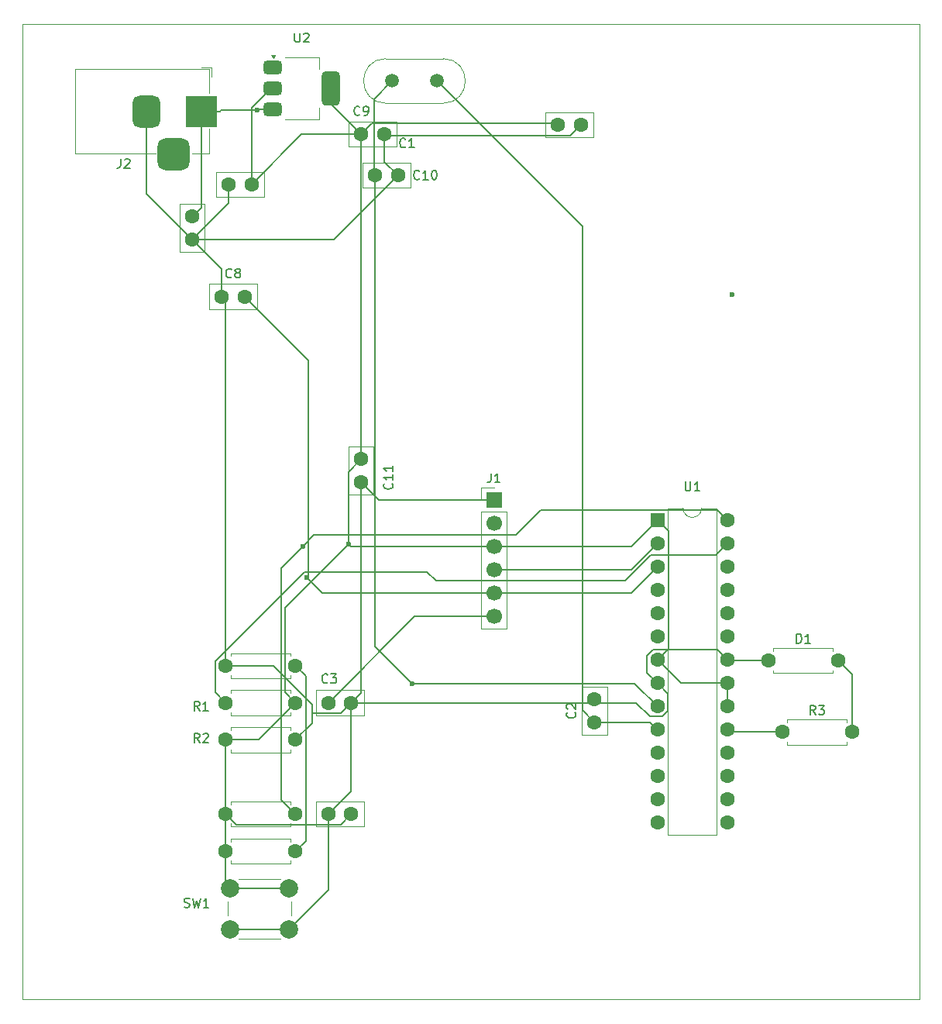
<source format=gbr>
%TF.GenerationSoftware,KiCad,Pcbnew,9.0.2*%
%TF.CreationDate,2025-06-30T09:24:13+05:30*%
%TF.ProjectId,ATmega328P_DevBoard_V1_Ujwal,41546d65-6761-4333-9238-505f44657642,rev?*%
%TF.SameCoordinates,Original*%
%TF.FileFunction,Paste,Bot*%
%TF.FilePolarity,Positive*%
%FSLAX46Y46*%
G04 Gerber Fmt 4.6, Leading zero omitted, Abs format (unit mm)*
G04 Created by KiCad (PCBNEW 9.0.2) date 2025-06-30 09:24:13*
%MOMM*%
%LPD*%
G01*
G04 APERTURE LIST*
G04 Aperture macros list*
%AMRoundRect*
0 Rectangle with rounded corners*
0 $1 Rounding radius*
0 $2 $3 $4 $5 $6 $7 $8 $9 X,Y pos of 4 corners*
0 Add a 4 corners polygon primitive as box body*
4,1,4,$2,$3,$4,$5,$6,$7,$8,$9,$2,$3,0*
0 Add four circle primitives for the rounded corners*
1,1,$1+$1,$2,$3*
1,1,$1+$1,$4,$5*
1,1,$1+$1,$6,$7*
1,1,$1+$1,$8,$9*
0 Add four rect primitives between the rounded corners*
20,1,$1+$1,$2,$3,$4,$5,0*
20,1,$1+$1,$4,$5,$6,$7,0*
20,1,$1+$1,$6,$7,$8,$9,0*
20,1,$1+$1,$8,$9,$2,$3,0*%
G04 Aperture macros list end*
%TA.AperFunction,ComponentPad*%
%ADD10R,3.500000X3.500000*%
%TD*%
%TA.AperFunction,ComponentPad*%
%ADD11RoundRect,0.750000X-0.750000X-1.000000X0.750000X-1.000000X0.750000X1.000000X-0.750000X1.000000X0*%
%TD*%
%TA.AperFunction,ComponentPad*%
%ADD12RoundRect,0.875000X-0.875000X-0.875000X0.875000X-0.875000X0.875000X0.875000X-0.875000X0.875000X0*%
%TD*%
%TA.AperFunction,ComponentPad*%
%ADD13C,1.600000*%
%TD*%
%TA.AperFunction,ComponentPad*%
%ADD14C,1.500000*%
%TD*%
%TA.AperFunction,ComponentPad*%
%ADD15R,1.700000X1.700000*%
%TD*%
%TA.AperFunction,ComponentPad*%
%ADD16C,1.700000*%
%TD*%
%TA.AperFunction,ComponentPad*%
%ADD17C,2.000000*%
%TD*%
%TA.AperFunction,ComponentPad*%
%ADD18RoundRect,0.250000X-0.550000X-0.550000X0.550000X-0.550000X0.550000X0.550000X-0.550000X0.550000X0*%
%TD*%
%TA.AperFunction,ViaPad*%
%ADD19C,0.600000*%
%TD*%
%TA.AperFunction,Conductor*%
%ADD20C,0.200000*%
%TD*%
%ADD21R,3.500000X3.500000*%
%ADD22RoundRect,0.750000X-0.750000X-1.000000X0.750000X-1.000000X0.750000X1.000000X-0.750000X1.000000X0*%
%ADD23RoundRect,0.875000X-0.875000X-0.875000X0.875000X-0.875000X0.875000X0.875000X-0.875000X0.875000X0*%
%ADD24C,1.600000*%
%ADD25C,1.500000*%
%ADD26R,1.700000X1.700000*%
%ADD27C,1.700000*%
%ADD28C,2.000000*%
%ADD29RoundRect,0.250000X-0.550000X-0.550000X0.550000X-0.550000X0.550000X0.550000X-0.550000X0.550000X0*%
%TA.AperFunction,SMDPad,CuDef*%
%ADD30RoundRect,0.375000X-0.625000X-0.375000X0.625000X-0.375000X0.625000X0.375000X-0.625000X0.375000X0*%
%TD*%
%TA.AperFunction,SMDPad,CuDef*%
%ADD31RoundRect,0.500000X-0.500000X-1.400000X0.500000X-1.400000X0.500000X1.400000X-0.500000X1.400000X0*%
%TD*%
%ADD32RoundRect,0.375000X-0.625000X-0.375000X0.625000X-0.375000X0.625000X0.375000X-0.625000X0.375000X0*%
%ADD33RoundRect,0.500000X-0.500000X-1.400000X0.500000X-1.400000X0.500000X1.400000X-0.500000X1.400000X0*%
%ADD34C,0.150000*%
%ADD35C,0.120000*%
%TA.AperFunction,Profile*%
%ADD36C,0.050000*%
%TD*%
G04 APERTURE END LIST*
D10*
%TO.P,J2,1*%
%TO.N,Net-(U2-VI)*%
X40000000Y-26500000D03*
D11*
%TO.P,J2,2*%
%TO.N,GND*%
X34000000Y-26500000D03*
D12*
%TO.P,J2,3*%
%TO.N,unconnected-(J2-Pad3)*%
X37000000Y-31200000D03*
%TD*%
D13*
%TO.P,C3,1*%
%TO.N,Net-(J1-Pin_6)*%
X53910000Y-91100000D03*
%TO.P,C3,2*%
%TO.N,GND*%
X56410000Y-91100000D03*
%TD*%
%TO.P,C8,1*%
%TO.N,GND*%
X42250000Y-46730000D03*
%TO.P,C8,2*%
%TO.N,Net-(J1-Pin_5)*%
X44750000Y-46730000D03*
%TD*%
%TO.P,C5,1*%
%TO.N,GND*%
X39000000Y-40500000D03*
%TO.P,C5,2*%
%TO.N,Net-(U2-VI)*%
X39000000Y-38000000D03*
%TD*%
%TO.P,C2,1*%
%TO.N,Net-(U1-XTAL2{slash}PB7)*%
X83000000Y-93250000D03*
%TO.P,C2,2*%
%TO.N,GND*%
X83000000Y-90750000D03*
%TD*%
D14*
%TO.P,Y1,1,1*%
%TO.N,Net-(U1-XTAL1{slash}PB6)*%
X60880000Y-23185000D03*
%TO.P,Y1,2,2*%
%TO.N,Net-(U1-XTAL2{slash}PB7)*%
X65760000Y-23185000D03*
%TD*%
D13*
%TO.P,R4,1*%
%TO.N,/+5v*%
X42690000Y-103250000D03*
%TO.P,R4,2*%
%TO.N,Net-(U1-PC5)*%
X50310000Y-103250000D03*
%TD*%
%TO.P,C10,1*%
%TO.N,/+5v*%
X79000000Y-28000000D03*
%TO.P,C10,2*%
%TO.N,GND*%
X81500000Y-28000000D03*
%TD*%
%TO.P,C11,1*%
%TO.N,/+5v*%
X57500000Y-64500000D03*
%TO.P,C11,2*%
%TO.N,GND*%
X57500000Y-67000000D03*
%TD*%
%TO.P,D2,1,K*%
%TO.N,GND*%
X42690000Y-87050000D03*
%TO.P,D2,2,A*%
%TO.N,Net-(D2-A)*%
X50310000Y-87050000D03*
%TD*%
D15*
%TO.P,J1,1,Pin_1*%
%TO.N,GND*%
X72000000Y-68960000D03*
D16*
%TO.P,J1,2,Pin_2*%
%TO.N,unconnected-(J1-Pin_2-Pad2)*%
X72000000Y-71500000D03*
%TO.P,J1,3,Pin_3*%
%TO.N,/+5v*%
X72000000Y-74040000D03*
%TO.P,J1,4,Pin_4*%
%TO.N,Net-(J1-Pin_4)*%
X72000000Y-76580000D03*
%TO.P,J1,5,Pin_5*%
%TO.N,Net-(J1-Pin_5)*%
X72000000Y-79120000D03*
%TO.P,J1,6,Pin_6*%
%TO.N,Net-(J1-Pin_6)*%
X72000000Y-81660000D03*
%TD*%
D17*
%TO.P,SW1,1,1*%
%TO.N,/+5v*%
X43140000Y-111350000D03*
X49640000Y-111350000D03*
%TO.P,SW1,2,2*%
%TO.N,GND*%
X43140000Y-115850000D03*
X49640000Y-115850000D03*
%TD*%
D13*
%TO.P,D1,1,K*%
%TO.N,GND*%
X102000000Y-86500000D03*
%TO.P,D1,2,A*%
%TO.N,Net-(D1-A)*%
X109620000Y-86500000D03*
%TD*%
%TO.P,C9,1*%
%TO.N,/+5v*%
X57500000Y-29000000D03*
%TO.P,C9,2*%
%TO.N,GND*%
X60000000Y-29000000D03*
%TD*%
%TO.P,C1,1*%
%TO.N,Net-(U1-XTAL1{slash}PB6)*%
X59000000Y-33500000D03*
%TO.P,C1,2*%
%TO.N,GND*%
X61500000Y-33500000D03*
%TD*%
%TO.P,C7,1*%
%TO.N,GND*%
X53910000Y-103250000D03*
%TO.P,C7,2*%
%TO.N,/+5v*%
X56410000Y-103250000D03*
%TD*%
%TO.P,R1,1*%
%TO.N,Net-(U1-PC4)*%
X42690000Y-91100000D03*
%TO.P,R1,2*%
%TO.N,/+5v*%
X50310000Y-91100000D03*
%TD*%
%TO.P,C6,1*%
%TO.N,GND*%
X43000000Y-34500000D03*
%TO.P,C6,2*%
%TO.N,/+5v*%
X45500000Y-34500000D03*
%TD*%
D18*
%TO.P,U1,1,~{RESET}/PC6*%
%TO.N,/+5v*%
X89880000Y-71180000D03*
D13*
%TO.P,U1,2,PD0*%
%TO.N,Net-(J1-Pin_4)*%
X89880000Y-73720000D03*
%TO.P,U1,3,PD1*%
%TO.N,Net-(J1-Pin_5)*%
X89880000Y-76260000D03*
%TO.P,U1,4,PD2*%
%TO.N,unconnected-(U1-PD2-Pad4)*%
X89880000Y-78800000D03*
%TO.P,U1,5,PD3*%
%TO.N,unconnected-(U1-PD3-Pad5)*%
X89880000Y-81340000D03*
%TO.P,U1,6,PD4*%
%TO.N,unconnected-(U1-PD4-Pad6)*%
X89880000Y-83880000D03*
%TO.P,U1,7,VCC*%
%TO.N,/+5v*%
X89880000Y-86420000D03*
%TO.P,U1,8,GND*%
%TO.N,GND*%
X89880000Y-88960000D03*
%TO.P,U1,9,XTAL1/PB6*%
%TO.N,Net-(U1-XTAL1{slash}PB6)*%
X89880000Y-91500000D03*
%TO.P,U1,10,XTAL2/PB7*%
%TO.N,Net-(U1-XTAL2{slash}PB7)*%
X89880000Y-94040000D03*
%TO.P,U1,11,PD5*%
%TO.N,unconnected-(U1-PD5-Pad11)*%
X89880000Y-96580000D03*
%TO.P,U1,12,PD6*%
%TO.N,unconnected-(U1-PD6-Pad12)*%
X89880000Y-99120000D03*
%TO.P,U1,13,PD7*%
%TO.N,unconnected-(U1-PD7-Pad13)*%
X89880000Y-101660000D03*
%TO.P,U1,14,PB0*%
%TO.N,unconnected-(U1-PB0-Pad14)*%
X89880000Y-104200000D03*
%TO.P,U1,15,PB1*%
%TO.N,unconnected-(U1-PB1-Pad15)*%
X97500000Y-104200000D03*
%TO.P,U1,16,PB2*%
%TO.N,unconnected-(U1-PB2-Pad16)*%
X97500000Y-101660000D03*
%TO.P,U1,17,PB3*%
%TO.N,unconnected-(U1-PB3-Pad17)*%
X97500000Y-99120000D03*
%TO.P,U1,18,PB4*%
%TO.N,unconnected-(U1-PB4-Pad18)*%
X97500000Y-96580000D03*
%TO.P,U1,19,PB5*%
%TO.N,Net-(U1-PB5)*%
X97500000Y-94040000D03*
%TO.P,U1,20,AVCC*%
%TO.N,/+5v*%
X97500000Y-91500000D03*
%TO.P,U1,21,AREF*%
X97500000Y-88960000D03*
%TO.P,U1,22,GND*%
%TO.N,GND*%
X97500000Y-86420000D03*
%TO.P,U1,23,PC0*%
%TO.N,unconnected-(U1-PC0-Pad23)*%
X97500000Y-83880000D03*
%TO.P,U1,24,PC1*%
%TO.N,unconnected-(U1-PC1-Pad24)*%
X97500000Y-81340000D03*
%TO.P,U1,25,PC2*%
%TO.N,unconnected-(U1-PC2-Pad25)*%
X97500000Y-78800000D03*
%TO.P,U1,26,PC3*%
%TO.N,unconnected-(U1-PC3-Pad26)*%
X97500000Y-76260000D03*
%TO.P,U1,27,PC4*%
%TO.N,Net-(U1-PC4)*%
X97500000Y-73720000D03*
%TO.P,U1,28,PC5*%
%TO.N,Net-(U1-PC5)*%
X97500000Y-71180000D03*
%TD*%
%TO.P,R5,1*%
%TO.N,/+5v*%
X42690000Y-107300000D03*
%TO.P,R5,2*%
%TO.N,Net-(D2-A)*%
X50310000Y-107300000D03*
%TD*%
%TO.P,R3,1*%
%TO.N,Net-(U1-PB5)*%
X103500000Y-94310000D03*
%TO.P,R3,2*%
%TO.N,Net-(D1-A)*%
X111120000Y-94310000D03*
%TD*%
%TO.P,R2,1*%
%TO.N,/+5v*%
X42690000Y-95150000D03*
%TO.P,R2,2*%
%TO.N,GND*%
X50310000Y-95150000D03*
%TD*%
D19*
%TO.N,*%
X98000000Y-46500000D03*
%TO.N,Net-(U1-XTAL1{slash}PB6)*%
X63067900Y-88996800D03*
%TO.N,Net-(U2-VI)*%
X46139400Y-26360300D03*
%TO.N,/+5v*%
X56111500Y-73795600D03*
%TO.N,Net-(J1-Pin_5)*%
X51563200Y-77442800D03*
%TO.N,Net-(U1-PC5)*%
X51118800Y-73993700D03*
%TD*%
D20*
%TO.N,GND*%
X87505900Y-91100000D02*
X89023000Y-92617100D01*
X56410000Y-91100000D02*
X72090200Y-91100000D01*
X52110000Y-91288600D02*
X47871400Y-87050000D01*
X91025900Y-90105900D02*
X89880000Y-88960000D01*
X89023000Y-92617100D02*
X90379400Y-92617100D01*
X60122400Y-29122400D02*
X60000000Y-29000000D01*
X88731300Y-85952200D02*
X88731300Y-87811300D01*
X47871400Y-87050000D02*
X42690000Y-87050000D01*
X39000000Y-40500000D02*
X54500000Y-40500000D01*
X55308300Y-92201700D02*
X56410000Y-91100000D01*
X81500000Y-28000000D02*
X80377600Y-29122400D01*
X97500000Y-86420000D02*
X96391800Y-85311800D01*
X50310000Y-95150000D02*
X52110000Y-93350000D01*
X72000000Y-68960000D02*
X59460000Y-68960000D01*
X43140000Y-115850000D02*
X49640000Y-115850000D01*
X52110000Y-93350000D02*
X52110000Y-92201700D01*
X102000000Y-86500000D02*
X97580000Y-86500000D01*
X97580000Y-86500000D02*
X97500000Y-86420000D01*
X89371700Y-85311800D02*
X88731300Y-85952200D01*
X96391800Y-85311800D02*
X89371700Y-85311800D01*
X72090200Y-91100000D02*
X87505900Y-91100000D01*
X54500000Y-40500000D02*
X61500000Y-33500000D01*
X52110000Y-92201700D02*
X52110000Y-91288600D01*
X91025900Y-91970600D02*
X91025900Y-90105900D01*
X88731300Y-87811300D02*
X89880000Y-88960000D01*
X59460000Y-68960000D02*
X57500000Y-67000000D01*
X80377600Y-29122400D02*
X60122400Y-29122400D01*
X90379400Y-92617100D02*
X91025900Y-91970600D01*
X72090200Y-91100000D02*
X82650000Y-91100000D01*
X52110000Y-92201700D02*
X55308300Y-92201700D01*
X82650000Y-91100000D02*
X83000000Y-90750000D01*
%TO.N,Net-(U1-XTAL1{slash}PB6)*%
X63067900Y-88996800D02*
X87376800Y-88996800D01*
X87376800Y-88996800D02*
X89880000Y-91500000D01*
%TO.N,Net-(U1-XTAL2{slash}PB7)*%
X89090000Y-93250000D02*
X89880000Y-94040000D01*
X83000000Y-93250000D02*
X89090000Y-93250000D01*
%TO.N,Net-(J1-Pin_6)*%
X72000000Y-81660000D02*
X63350000Y-81660000D01*
X63350000Y-81660000D02*
X53910000Y-91100000D01*
%TO.N,Net-(U2-VI)*%
X42051700Y-26500000D02*
X42191400Y-26360300D01*
X42191400Y-26360300D02*
X46139400Y-26360300D01*
X40000000Y-26500000D02*
X42051700Y-26500000D01*
%TO.N,/+5v*%
X58654900Y-27845100D02*
X57500000Y-29000000D01*
X50310000Y-91100000D02*
X46260000Y-95150000D01*
X49640000Y-111350000D02*
X43140000Y-111350000D01*
X55270900Y-104389100D02*
X43829100Y-104389100D01*
X87020000Y-74040000D02*
X89880000Y-71180000D01*
X89880000Y-86420000D02*
X92420000Y-88960000D01*
X46260000Y-95150000D02*
X42690000Y-95150000D01*
X56410000Y-103250000D02*
X55270900Y-104389100D01*
X92420000Y-88960000D02*
X97500000Y-88960000D01*
X51000000Y-29000000D02*
X57500000Y-29000000D01*
X78845100Y-27845100D02*
X58654900Y-27845100D01*
X79000000Y-28000000D02*
X78845100Y-27845100D01*
X72000000Y-74040000D02*
X56355900Y-74040000D01*
X43829100Y-104389100D02*
X42690000Y-103250000D01*
X56355900Y-74040000D02*
X56111500Y-73795600D01*
X45500000Y-34500000D02*
X51000000Y-29000000D01*
X72000000Y-74040000D02*
X87020000Y-74040000D01*
%TO.N,Net-(J1-Pin_5)*%
X89880000Y-76260000D02*
X87020000Y-79120000D01*
X51563200Y-77442800D02*
X53240400Y-79120000D01*
X87020000Y-79120000D02*
X72000000Y-79120000D01*
X53240400Y-79120000D02*
X72000000Y-79120000D01*
%TO.N,Net-(J1-Pin_4)*%
X89880000Y-73720000D02*
X87020000Y-76580000D01*
X87020000Y-76580000D02*
X72000000Y-76580000D01*
%TO.N,Net-(U1-PC4)*%
X51306200Y-76793500D02*
X64696800Y-76793500D01*
X41553300Y-86546400D02*
X51306200Y-76793500D01*
X86390900Y-77784000D02*
X89184900Y-74990000D01*
X64696800Y-76793500D02*
X65687300Y-77784000D01*
X96230000Y-74990000D02*
X97500000Y-73720000D01*
X65687300Y-77784000D02*
X86390900Y-77784000D01*
X89184900Y-74990000D02*
X96230000Y-74990000D01*
X41553300Y-89963300D02*
X41553300Y-86546400D01*
X42690000Y-91100000D02*
X41553300Y-89963300D01*
%TO.N,Net-(U1-PB5)*%
X97770000Y-94310000D02*
X97500000Y-94040000D01*
X103500000Y-94310000D02*
X97770000Y-94310000D01*
%TO.N,Net-(U1-PC5)*%
X77110600Y-70075000D02*
X74415600Y-72770000D01*
X74415600Y-72770000D02*
X52342500Y-72770000D01*
X97500000Y-71180000D02*
X96395000Y-70075000D01*
X96395000Y-70075000D02*
X77110600Y-70075000D01*
X52342500Y-72770000D02*
X51118800Y-73993700D01*
%TD*%
D21*
%TO.C,J2*%
X40000000Y-26500000D03*
D22*
X34000000Y-26500000D03*
D23*
X37000000Y-31200000D03*
%TD*%
D24*
%TO.C,C3*%
X53910000Y-91100000D03*
X56410000Y-91100000D03*
%TD*%
%TO.C,C8*%
X42250000Y-46730000D03*
X44750000Y-46730000D03*
%TD*%
%TO.C,C5*%
X39000000Y-40500000D03*
X39000000Y-38000000D03*
%TD*%
%TO.C,C2*%
X83000000Y-93250000D03*
X83000000Y-90750000D03*
%TD*%
D25*
%TO.C,Y1*%
X60880000Y-23185000D03*
X65760000Y-23185000D03*
%TD*%
D24*
%TO.C,R4*%
X42690000Y-103250000D03*
X50310000Y-103250000D03*
%TD*%
%TO.C,C10*%
X79000000Y-28000000D03*
X81500000Y-28000000D03*
%TD*%
%TO.C,C11*%
X57500000Y-64500000D03*
X57500000Y-67000000D03*
%TD*%
%TO.C,D2*%
X42690000Y-87050000D03*
X50310000Y-87050000D03*
%TD*%
D26*
%TO.C,J1*%
X72000000Y-68960000D03*
D27*
X72000000Y-71500000D03*
X72000000Y-74040000D03*
X72000000Y-76580000D03*
X72000000Y-79120000D03*
X72000000Y-81660000D03*
%TD*%
D28*
%TO.C,SW1*%
X43140000Y-111350000D03*
X49640000Y-111350000D03*
X43140000Y-115850000D03*
X49640000Y-115850000D03*
%TD*%
D24*
%TO.C,D1*%
X102000000Y-86500000D03*
X109620000Y-86500000D03*
%TD*%
%TO.C,C9*%
X57500000Y-29000000D03*
X60000000Y-29000000D03*
%TD*%
%TO.C,C1*%
X59000000Y-33500000D03*
X61500000Y-33500000D03*
%TD*%
%TO.C,C7*%
X53910000Y-103250000D03*
X56410000Y-103250000D03*
%TD*%
%TO.C,R1*%
X42690000Y-91100000D03*
X50310000Y-91100000D03*
%TD*%
%TO.C,C6*%
X43000000Y-34500000D03*
X45500000Y-34500000D03*
%TD*%
D29*
%TO.C,U1*%
X89880000Y-71180000D03*
D24*
X89880000Y-73720000D03*
X89880000Y-76260000D03*
X89880000Y-78800000D03*
X89880000Y-81340000D03*
X89880000Y-83880000D03*
X89880000Y-86420000D03*
X89880000Y-88960000D03*
X89880000Y-91500000D03*
X89880000Y-94040000D03*
X89880000Y-96580000D03*
X89880000Y-99120000D03*
X89880000Y-101660000D03*
X89880000Y-104200000D03*
X97500000Y-104200000D03*
X97500000Y-101660000D03*
X97500000Y-99120000D03*
X97500000Y-96580000D03*
X97500000Y-94040000D03*
X97500000Y-91500000D03*
X97500000Y-88960000D03*
X97500000Y-86420000D03*
X97500000Y-83880000D03*
X97500000Y-81340000D03*
X97500000Y-78800000D03*
X97500000Y-76260000D03*
X97500000Y-73720000D03*
X97500000Y-71180000D03*
%TD*%
%TO.C,R5*%
X42690000Y-107300000D03*
X50310000Y-107300000D03*
%TD*%
%TO.C,R3*%
X103500000Y-94310000D03*
X111120000Y-94310000D03*
%TD*%
%TO.C,R2*%
X42690000Y-95150000D03*
X50310000Y-95150000D03*
%TD*%
D10*
%TO.P,J2,1*%
%TO.N,Net-(U2-VI)*%
X40000000Y-26500000D03*
D11*
%TO.P,J2,2*%
%TO.N,GND*%
X34000000Y-26500000D03*
D12*
%TO.P,J2,3*%
%TO.N,unconnected-(J2-Pad3)*%
X37000000Y-31200000D03*
%TD*%
D13*
%TO.P,C3,1*%
%TO.N,Net-(J1-Pin_6)*%
X53910000Y-91100000D03*
%TO.P,C3,2*%
%TO.N,GND*%
X56410000Y-91100000D03*
%TD*%
%TO.P,C8,1*%
%TO.N,GND*%
X42250000Y-46730000D03*
%TO.P,C8,2*%
%TO.N,Net-(J1-Pin_5)*%
X44750000Y-46730000D03*
%TD*%
%TO.P,C5,1*%
%TO.N,GND*%
X39000000Y-40500000D03*
%TO.P,C5,2*%
%TO.N,Net-(U2-VI)*%
X39000000Y-38000000D03*
%TD*%
%TO.P,C2,1*%
%TO.N,Net-(U1-XTAL2{slash}PB7)*%
X83000000Y-93250000D03*
%TO.P,C2,2*%
%TO.N,GND*%
X83000000Y-90750000D03*
%TD*%
D14*
%TO.P,Y1,1,1*%
%TO.N,Net-(U1-XTAL1{slash}PB6)*%
X60880000Y-23185000D03*
%TO.P,Y1,2,2*%
%TO.N,Net-(U1-XTAL2{slash}PB7)*%
X65760000Y-23185000D03*
%TD*%
D30*
%TO.P,U2,1,ADJ*%
%TO.N,unconnected-(U2-ADJ-Pad1)*%
X47850000Y-21700000D03*
%TO.P,U2,2,VO*%
%TO.N,/+5v*%
X47850000Y-24000000D03*
D31*
X54150000Y-24000000D03*
D30*
%TO.P,U2,3,VI*%
%TO.N,Net-(U2-VI)*%
X47850000Y-26300000D03*
%TD*%
D13*
%TO.P,R4,1*%
%TO.N,/+5v*%
X42690000Y-103250000D03*
%TO.P,R4,2*%
%TO.N,Net-(U1-PC5)*%
X50310000Y-103250000D03*
%TD*%
%TO.P,C10,1*%
%TO.N,/+5v*%
X79000000Y-28000000D03*
%TO.P,C10,2*%
%TO.N,GND*%
X81500000Y-28000000D03*
%TD*%
%TO.P,C11,1*%
%TO.N,/+5v*%
X57500000Y-64500000D03*
%TO.P,C11,2*%
%TO.N,GND*%
X57500000Y-67000000D03*
%TD*%
%TO.P,D2,1,K*%
%TO.N,GND*%
X42690000Y-87050000D03*
%TO.P,D2,2,A*%
%TO.N,Net-(D2-A)*%
X50310000Y-87050000D03*
%TD*%
D15*
%TO.P,J1,1,Pin_1*%
%TO.N,GND*%
X72000000Y-68960000D03*
D16*
%TO.P,J1,2,Pin_2*%
%TO.N,unconnected-(J1-Pin_2-Pad2)*%
X72000000Y-71500000D03*
%TO.P,J1,3,Pin_3*%
%TO.N,/+5v*%
X72000000Y-74040000D03*
%TO.P,J1,4,Pin_4*%
%TO.N,Net-(J1-Pin_4)*%
X72000000Y-76580000D03*
%TO.P,J1,5,Pin_5*%
%TO.N,Net-(J1-Pin_5)*%
X72000000Y-79120000D03*
%TO.P,J1,6,Pin_6*%
%TO.N,Net-(J1-Pin_6)*%
X72000000Y-81660000D03*
%TD*%
D17*
%TO.P,SW1,1,1*%
%TO.N,/+5v*%
X43140000Y-111350000D03*
X49640000Y-111350000D03*
%TO.P,SW1,2,2*%
%TO.N,GND*%
X43140000Y-115850000D03*
X49640000Y-115850000D03*
%TD*%
D13*
%TO.P,D1,1,K*%
%TO.N,GND*%
X102000000Y-86500000D03*
%TO.P,D1,2,A*%
%TO.N,Net-(D1-A)*%
X109620000Y-86500000D03*
%TD*%
%TO.P,C9,1*%
%TO.N,/+5v*%
X57500000Y-29000000D03*
%TO.P,C9,2*%
%TO.N,GND*%
X60000000Y-29000000D03*
%TD*%
%TO.P,C1,1*%
%TO.N,Net-(U1-XTAL1{slash}PB6)*%
X59000000Y-33500000D03*
%TO.P,C1,2*%
%TO.N,GND*%
X61500000Y-33500000D03*
%TD*%
%TO.P,C7,1*%
%TO.N,GND*%
X53910000Y-103250000D03*
%TO.P,C7,2*%
%TO.N,/+5v*%
X56410000Y-103250000D03*
%TD*%
%TO.P,R1,1*%
%TO.N,Net-(U1-PC4)*%
X42690000Y-91100000D03*
%TO.P,R1,2*%
%TO.N,/+5v*%
X50310000Y-91100000D03*
%TD*%
%TO.P,C6,1*%
%TO.N,GND*%
X43000000Y-34500000D03*
%TO.P,C6,2*%
%TO.N,/+5v*%
X45500000Y-34500000D03*
%TD*%
D18*
%TO.P,U1,1,~{RESET}/PC6*%
%TO.N,/+5v*%
X89880000Y-71180000D03*
D13*
%TO.P,U1,2,PD0*%
%TO.N,Net-(J1-Pin_4)*%
X89880000Y-73720000D03*
%TO.P,U1,3,PD1*%
%TO.N,Net-(J1-Pin_5)*%
X89880000Y-76260000D03*
%TO.P,U1,4,PD2*%
%TO.N,unconnected-(U1-PD2-Pad4)*%
X89880000Y-78800000D03*
%TO.P,U1,5,PD3*%
%TO.N,unconnected-(U1-PD3-Pad5)*%
X89880000Y-81340000D03*
%TO.P,U1,6,PD4*%
%TO.N,unconnected-(U1-PD4-Pad6)*%
X89880000Y-83880000D03*
%TO.P,U1,7,VCC*%
%TO.N,/+5v*%
X89880000Y-86420000D03*
%TO.P,U1,8,GND*%
%TO.N,GND*%
X89880000Y-88960000D03*
%TO.P,U1,9,XTAL1/PB6*%
%TO.N,Net-(U1-XTAL1{slash}PB6)*%
X89880000Y-91500000D03*
%TO.P,U1,10,XTAL2/PB7*%
%TO.N,Net-(U1-XTAL2{slash}PB7)*%
X89880000Y-94040000D03*
%TO.P,U1,11,PD5*%
%TO.N,unconnected-(U1-PD5-Pad11)*%
X89880000Y-96580000D03*
%TO.P,U1,12,PD6*%
%TO.N,unconnected-(U1-PD6-Pad12)*%
X89880000Y-99120000D03*
%TO.P,U1,13,PD7*%
%TO.N,unconnected-(U1-PD7-Pad13)*%
X89880000Y-101660000D03*
%TO.P,U1,14,PB0*%
%TO.N,unconnected-(U1-PB0-Pad14)*%
X89880000Y-104200000D03*
%TO.P,U1,15,PB1*%
%TO.N,unconnected-(U1-PB1-Pad15)*%
X97500000Y-104200000D03*
%TO.P,U1,16,PB2*%
%TO.N,unconnected-(U1-PB2-Pad16)*%
X97500000Y-101660000D03*
%TO.P,U1,17,PB3*%
%TO.N,unconnected-(U1-PB3-Pad17)*%
X97500000Y-99120000D03*
%TO.P,U1,18,PB4*%
%TO.N,unconnected-(U1-PB4-Pad18)*%
X97500000Y-96580000D03*
%TO.P,U1,19,PB5*%
%TO.N,Net-(U1-PB5)*%
X97500000Y-94040000D03*
%TO.P,U1,20,AVCC*%
%TO.N,/+5v*%
X97500000Y-91500000D03*
%TO.P,U1,21,AREF*%
X97500000Y-88960000D03*
%TO.P,U1,22,GND*%
%TO.N,GND*%
X97500000Y-86420000D03*
%TO.P,U1,23,PC0*%
%TO.N,unconnected-(U1-PC0-Pad23)*%
X97500000Y-83880000D03*
%TO.P,U1,24,PC1*%
%TO.N,unconnected-(U1-PC1-Pad24)*%
X97500000Y-81340000D03*
%TO.P,U1,25,PC2*%
%TO.N,unconnected-(U1-PC2-Pad25)*%
X97500000Y-78800000D03*
%TO.P,U1,26,PC3*%
%TO.N,unconnected-(U1-PC3-Pad26)*%
X97500000Y-76260000D03*
%TO.P,U1,27,PC4*%
%TO.N,Net-(U1-PC4)*%
X97500000Y-73720000D03*
%TO.P,U1,28,PC5*%
%TO.N,Net-(U1-PC5)*%
X97500000Y-71180000D03*
%TD*%
%TO.P,R5,1*%
%TO.N,/+5v*%
X42690000Y-107300000D03*
%TO.P,R5,2*%
%TO.N,Net-(D2-A)*%
X50310000Y-107300000D03*
%TD*%
%TO.P,R3,1*%
%TO.N,Net-(U1-PB5)*%
X103500000Y-94310000D03*
%TO.P,R3,2*%
%TO.N,Net-(D1-A)*%
X111120000Y-94310000D03*
%TD*%
%TO.P,R2,1*%
%TO.N,/+5v*%
X42690000Y-95150000D03*
%TO.P,R2,2*%
%TO.N,GND*%
X50310000Y-95150000D03*
%TD*%
D19*
%TO.N,*%
X98000000Y-46500000D03*
%TO.N,Net-(U1-XTAL1{slash}PB6)*%
X63067900Y-88996800D03*
%TO.N,Net-(U2-VI)*%
X46139400Y-26360300D03*
%TO.N,/+5v*%
X56111500Y-73795600D03*
%TO.N,Net-(J1-Pin_5)*%
X51563200Y-77442800D03*
%TO.N,Net-(U1-PC5)*%
X51118800Y-73993700D03*
%TD*%
D20*
%TO.N,GND*%
X56410000Y-100750000D02*
X56410000Y-91100000D01*
X42250000Y-46730000D02*
X42690000Y-47170000D01*
X61500000Y-33500000D02*
X60000000Y-32000000D01*
X43000000Y-36500000D02*
X43000000Y-34500000D01*
X60000000Y-32000000D02*
X60000000Y-29000000D01*
X49640000Y-115850000D02*
X53910000Y-111580000D01*
X39000000Y-40500000D02*
X42250000Y-43750000D01*
X34000000Y-35500000D02*
X39000000Y-40500000D01*
X57500000Y-90010000D02*
X56410000Y-91100000D01*
X42250000Y-43750000D02*
X42250000Y-46730000D01*
X53910000Y-103250000D02*
X56410000Y-100750000D01*
X39000000Y-40500000D02*
X43000000Y-36500000D01*
X34000000Y-26500000D02*
X34000000Y-35500000D01*
X53910000Y-111580000D02*
X53910000Y-103250000D01*
X57500000Y-67000000D02*
X57500000Y-90010000D01*
X42690000Y-47170000D02*
X42690000Y-87050000D01*
%TO.N,Net-(U1-XTAL1{slash}PB6)*%
X59000000Y-33500000D02*
X58875000Y-33375000D01*
X63067900Y-88996800D02*
X59000000Y-84928900D01*
X58875000Y-33375000D02*
X58875000Y-25190000D01*
X59000000Y-84928900D02*
X59000000Y-33500000D01*
X58875000Y-25190000D02*
X60880000Y-23185000D01*
%TO.N,Net-(U1-XTAL2{slash}PB7)*%
X65760000Y-23185000D02*
X81660800Y-39085800D01*
X81660800Y-39085800D02*
X81660800Y-91910800D01*
X81660800Y-91910800D02*
X83000000Y-93250000D01*
%TO.N,Net-(U2-VI)*%
X39000000Y-38000000D02*
X40000000Y-37000000D01*
X40000000Y-37000000D02*
X40000000Y-26500000D01*
X46199700Y-26300000D02*
X46139400Y-26360300D01*
X47850000Y-26300000D02*
X46199700Y-26300000D01*
%TO.N,/+5v*%
X47648900Y-24000000D02*
X45500000Y-26148900D01*
X54150000Y-25650000D02*
X57500000Y-29000000D01*
X57500000Y-64500000D02*
X57500000Y-29000000D01*
X50310000Y-91100000D02*
X49145800Y-89935800D01*
X56111500Y-73795600D02*
X56111500Y-65888500D01*
X49145800Y-89935800D02*
X49145800Y-80761300D01*
X56111500Y-65888500D02*
X57500000Y-64500000D01*
X97500000Y-88960000D02*
X97500000Y-91500000D01*
X49145800Y-80761300D02*
X56111500Y-73795600D01*
X45500000Y-26148900D02*
X45500000Y-34500000D01*
X91049800Y-85250200D02*
X89880000Y-86420000D01*
X42690000Y-110900000D02*
X43140000Y-111350000D01*
X47850000Y-24000000D02*
X47648900Y-24000000D01*
X42690000Y-107300000D02*
X42690000Y-110900000D01*
X54150000Y-24000000D02*
X54150000Y-25650000D01*
X91049800Y-72349800D02*
X91049800Y-85250200D01*
X42690000Y-103250000D02*
X42690000Y-107300000D01*
X42690000Y-95150000D02*
X42690000Y-103250000D01*
X89880000Y-71180000D02*
X91049800Y-72349800D01*
%TO.N,Net-(J1-Pin_5)*%
X51742500Y-53722500D02*
X51742500Y-77263500D01*
X51742500Y-77263500D02*
X51563200Y-77442800D01*
X44750000Y-46730000D02*
X51742500Y-53722500D01*
%TO.N,Net-(D1-A)*%
X111120000Y-88000000D02*
X111120000Y-94310000D01*
X109620000Y-86500000D02*
X111120000Y-88000000D01*
%TO.N,Net-(D2-A)*%
X51435000Y-88175000D02*
X51435000Y-106175000D01*
X50310000Y-87050000D02*
X51435000Y-88175000D01*
X51435000Y-106175000D02*
X50310000Y-107300000D01*
%TO.N,Net-(U1-PC5)*%
X51118800Y-73993700D02*
X48744100Y-76368400D01*
X48744100Y-76368400D02*
X48744100Y-101684100D01*
X48744100Y-101684100D02*
X50310000Y-103250000D01*
%TD*%
D21*
%TO.C,J2*%
X40000000Y-26500000D03*
D22*
X34000000Y-26500000D03*
D23*
X37000000Y-31200000D03*
%TD*%
D24*
%TO.C,C3*%
X53910000Y-91100000D03*
X56410000Y-91100000D03*
%TD*%
%TO.C,C8*%
X42250000Y-46730000D03*
X44750000Y-46730000D03*
%TD*%
%TO.C,C5*%
X39000000Y-40500000D03*
X39000000Y-38000000D03*
%TD*%
%TO.C,C2*%
X83000000Y-93250000D03*
X83000000Y-90750000D03*
%TD*%
D25*
%TO.C,Y1*%
X60880000Y-23185000D03*
X65760000Y-23185000D03*
%TD*%
D32*
%TO.C,U2*%
X47850000Y-21700000D03*
X47850000Y-24000000D03*
D33*
X54150000Y-24000000D03*
D32*
X47850000Y-26300000D03*
%TD*%
D24*
%TO.C,R4*%
X42690000Y-103250000D03*
X50310000Y-103250000D03*
%TD*%
%TO.C,C10*%
X79000000Y-28000000D03*
X81500000Y-28000000D03*
%TD*%
%TO.C,C11*%
X57500000Y-64500000D03*
X57500000Y-67000000D03*
%TD*%
%TO.C,D2*%
X42690000Y-87050000D03*
X50310000Y-87050000D03*
%TD*%
D26*
%TO.C,J1*%
X72000000Y-68960000D03*
D27*
X72000000Y-71500000D03*
X72000000Y-74040000D03*
X72000000Y-76580000D03*
X72000000Y-79120000D03*
X72000000Y-81660000D03*
%TD*%
D28*
%TO.C,SW1*%
X43140000Y-111350000D03*
X49640000Y-111350000D03*
X43140000Y-115850000D03*
X49640000Y-115850000D03*
%TD*%
D24*
%TO.C,D1*%
X102000000Y-86500000D03*
X109620000Y-86500000D03*
%TD*%
%TO.C,C9*%
X57500000Y-29000000D03*
X60000000Y-29000000D03*
%TD*%
%TO.C,C1*%
X59000000Y-33500000D03*
X61500000Y-33500000D03*
%TD*%
%TO.C,C7*%
X53910000Y-103250000D03*
X56410000Y-103250000D03*
%TD*%
%TO.C,R1*%
X42690000Y-91100000D03*
X50310000Y-91100000D03*
%TD*%
%TO.C,C6*%
X43000000Y-34500000D03*
X45500000Y-34500000D03*
%TD*%
D29*
%TO.C,U1*%
X89880000Y-71180000D03*
D24*
X89880000Y-73720000D03*
X89880000Y-76260000D03*
X89880000Y-78800000D03*
X89880000Y-81340000D03*
X89880000Y-83880000D03*
X89880000Y-86420000D03*
X89880000Y-88960000D03*
X89880000Y-91500000D03*
X89880000Y-94040000D03*
X89880000Y-96580000D03*
X89880000Y-99120000D03*
X89880000Y-101660000D03*
X89880000Y-104200000D03*
X97500000Y-104200000D03*
X97500000Y-101660000D03*
X97500000Y-99120000D03*
X97500000Y-96580000D03*
X97500000Y-94040000D03*
X97500000Y-91500000D03*
X97500000Y-88960000D03*
X97500000Y-86420000D03*
X97500000Y-83880000D03*
X97500000Y-81340000D03*
X97500000Y-78800000D03*
X97500000Y-76260000D03*
X97500000Y-73720000D03*
X97500000Y-71180000D03*
%TD*%
%TO.C,R5*%
X42690000Y-107300000D03*
X50310000Y-107300000D03*
%TD*%
%TO.C,R3*%
X103500000Y-94310000D03*
X111120000Y-94310000D03*
%TD*%
%TO.C,R2*%
X42690000Y-95150000D03*
X50310000Y-95150000D03*
%TD*%
D34*
X31216666Y-31704819D02*
X31216666Y-32419104D01*
X31216666Y-32419104D02*
X31169047Y-32561961D01*
X31169047Y-32561961D02*
X31073809Y-32657200D01*
X31073809Y-32657200D02*
X30930952Y-32704819D01*
X30930952Y-32704819D02*
X30835714Y-32704819D01*
X31645238Y-31800057D02*
X31692857Y-31752438D01*
X31692857Y-31752438D02*
X31788095Y-31704819D01*
X31788095Y-31704819D02*
X32026190Y-31704819D01*
X32026190Y-31704819D02*
X32121428Y-31752438D01*
X32121428Y-31752438D02*
X32169047Y-31800057D01*
X32169047Y-31800057D02*
X32216666Y-31895295D01*
X32216666Y-31895295D02*
X32216666Y-31990533D01*
X32216666Y-31990533D02*
X32169047Y-32133390D01*
X32169047Y-32133390D02*
X31597619Y-32704819D01*
X31597619Y-32704819D02*
X32216666Y-32704819D01*
X53833333Y-88859580D02*
X53785714Y-88907200D01*
X53785714Y-88907200D02*
X53642857Y-88954819D01*
X53642857Y-88954819D02*
X53547619Y-88954819D01*
X53547619Y-88954819D02*
X53404762Y-88907200D01*
X53404762Y-88907200D02*
X53309524Y-88811961D01*
X53309524Y-88811961D02*
X53261905Y-88716723D01*
X53261905Y-88716723D02*
X53214286Y-88526247D01*
X53214286Y-88526247D02*
X53214286Y-88383390D01*
X53214286Y-88383390D02*
X53261905Y-88192914D01*
X53261905Y-88192914D02*
X53309524Y-88097676D01*
X53309524Y-88097676D02*
X53404762Y-88002438D01*
X53404762Y-88002438D02*
X53547619Y-87954819D01*
X53547619Y-87954819D02*
X53642857Y-87954819D01*
X53642857Y-87954819D02*
X53785714Y-88002438D01*
X53785714Y-88002438D02*
X53833333Y-88050057D01*
X54166667Y-87954819D02*
X54785714Y-87954819D01*
X54785714Y-87954819D02*
X54452381Y-88335771D01*
X54452381Y-88335771D02*
X54595238Y-88335771D01*
X54595238Y-88335771D02*
X54690476Y-88383390D01*
X54690476Y-88383390D02*
X54738095Y-88431009D01*
X54738095Y-88431009D02*
X54785714Y-88526247D01*
X54785714Y-88526247D02*
X54785714Y-88764342D01*
X54785714Y-88764342D02*
X54738095Y-88859580D01*
X54738095Y-88859580D02*
X54690476Y-88907200D01*
X54690476Y-88907200D02*
X54595238Y-88954819D01*
X54595238Y-88954819D02*
X54309524Y-88954819D01*
X54309524Y-88954819D02*
X54214286Y-88907200D01*
X54214286Y-88907200D02*
X54166667Y-88859580D01*
X43333333Y-44589580D02*
X43285714Y-44637200D01*
X43285714Y-44637200D02*
X43142857Y-44684819D01*
X43142857Y-44684819D02*
X43047619Y-44684819D01*
X43047619Y-44684819D02*
X42904762Y-44637200D01*
X42904762Y-44637200D02*
X42809524Y-44541961D01*
X42809524Y-44541961D02*
X42761905Y-44446723D01*
X42761905Y-44446723D02*
X42714286Y-44256247D01*
X42714286Y-44256247D02*
X42714286Y-44113390D01*
X42714286Y-44113390D02*
X42761905Y-43922914D01*
X42761905Y-43922914D02*
X42809524Y-43827676D01*
X42809524Y-43827676D02*
X42904762Y-43732438D01*
X42904762Y-43732438D02*
X43047619Y-43684819D01*
X43047619Y-43684819D02*
X43142857Y-43684819D01*
X43142857Y-43684819D02*
X43285714Y-43732438D01*
X43285714Y-43732438D02*
X43333333Y-43780057D01*
X43904762Y-44113390D02*
X43809524Y-44065771D01*
X43809524Y-44065771D02*
X43761905Y-44018152D01*
X43761905Y-44018152D02*
X43714286Y-43922914D01*
X43714286Y-43922914D02*
X43714286Y-43875295D01*
X43714286Y-43875295D02*
X43761905Y-43780057D01*
X43761905Y-43780057D02*
X43809524Y-43732438D01*
X43809524Y-43732438D02*
X43904762Y-43684819D01*
X43904762Y-43684819D02*
X44095238Y-43684819D01*
X44095238Y-43684819D02*
X44190476Y-43732438D01*
X44190476Y-43732438D02*
X44238095Y-43780057D01*
X44238095Y-43780057D02*
X44285714Y-43875295D01*
X44285714Y-43875295D02*
X44285714Y-43922914D01*
X44285714Y-43922914D02*
X44238095Y-44018152D01*
X44238095Y-44018152D02*
X44190476Y-44065771D01*
X44190476Y-44065771D02*
X44095238Y-44113390D01*
X44095238Y-44113390D02*
X43904762Y-44113390D01*
X43904762Y-44113390D02*
X43809524Y-44161009D01*
X43809524Y-44161009D02*
X43761905Y-44208628D01*
X43761905Y-44208628D02*
X43714286Y-44303866D01*
X43714286Y-44303866D02*
X43714286Y-44494342D01*
X43714286Y-44494342D02*
X43761905Y-44589580D01*
X43761905Y-44589580D02*
X43809524Y-44637200D01*
X43809524Y-44637200D02*
X43904762Y-44684819D01*
X43904762Y-44684819D02*
X44095238Y-44684819D01*
X44095238Y-44684819D02*
X44190476Y-44637200D01*
X44190476Y-44637200D02*
X44238095Y-44589580D01*
X44238095Y-44589580D02*
X44285714Y-44494342D01*
X44285714Y-44494342D02*
X44285714Y-44303866D01*
X44285714Y-44303866D02*
X44238095Y-44208628D01*
X44238095Y-44208628D02*
X44190476Y-44161009D01*
X44190476Y-44161009D02*
X44095238Y-44113390D01*
X80859580Y-92166666D02*
X80907200Y-92214285D01*
X80907200Y-92214285D02*
X80954819Y-92357142D01*
X80954819Y-92357142D02*
X80954819Y-92452380D01*
X80954819Y-92452380D02*
X80907200Y-92595237D01*
X80907200Y-92595237D02*
X80811961Y-92690475D01*
X80811961Y-92690475D02*
X80716723Y-92738094D01*
X80716723Y-92738094D02*
X80526247Y-92785713D01*
X80526247Y-92785713D02*
X80383390Y-92785713D01*
X80383390Y-92785713D02*
X80192914Y-92738094D01*
X80192914Y-92738094D02*
X80097676Y-92690475D01*
X80097676Y-92690475D02*
X80002438Y-92595237D01*
X80002438Y-92595237D02*
X79954819Y-92452380D01*
X79954819Y-92452380D02*
X79954819Y-92357142D01*
X79954819Y-92357142D02*
X80002438Y-92214285D01*
X80002438Y-92214285D02*
X80050057Y-92166666D01*
X80050057Y-91785713D02*
X80002438Y-91738094D01*
X80002438Y-91738094D02*
X79954819Y-91642856D01*
X79954819Y-91642856D02*
X79954819Y-91404761D01*
X79954819Y-91404761D02*
X80002438Y-91309523D01*
X80002438Y-91309523D02*
X80050057Y-91261904D01*
X80050057Y-91261904D02*
X80145295Y-91214285D01*
X80145295Y-91214285D02*
X80240533Y-91214285D01*
X80240533Y-91214285D02*
X80383390Y-91261904D01*
X80383390Y-91261904D02*
X80954819Y-91833332D01*
X80954819Y-91833332D02*
X80954819Y-91214285D01*
X50238095Y-17954819D02*
X50238095Y-18764342D01*
X50238095Y-18764342D02*
X50285714Y-18859580D01*
X50285714Y-18859580D02*
X50333333Y-18907200D01*
X50333333Y-18907200D02*
X50428571Y-18954819D01*
X50428571Y-18954819D02*
X50619047Y-18954819D01*
X50619047Y-18954819D02*
X50714285Y-18907200D01*
X50714285Y-18907200D02*
X50761904Y-18859580D01*
X50761904Y-18859580D02*
X50809523Y-18764342D01*
X50809523Y-18764342D02*
X50809523Y-17954819D01*
X51238095Y-18050057D02*
X51285714Y-18002438D01*
X51285714Y-18002438D02*
X51380952Y-17954819D01*
X51380952Y-17954819D02*
X51619047Y-17954819D01*
X51619047Y-17954819D02*
X51714285Y-18002438D01*
X51714285Y-18002438D02*
X51761904Y-18050057D01*
X51761904Y-18050057D02*
X51809523Y-18145295D01*
X51809523Y-18145295D02*
X51809523Y-18240533D01*
X51809523Y-18240533D02*
X51761904Y-18383390D01*
X51761904Y-18383390D02*
X51190476Y-18954819D01*
X51190476Y-18954819D02*
X51809523Y-18954819D01*
X63857142Y-33859580D02*
X63809523Y-33907200D01*
X63809523Y-33907200D02*
X63666666Y-33954819D01*
X63666666Y-33954819D02*
X63571428Y-33954819D01*
X63571428Y-33954819D02*
X63428571Y-33907200D01*
X63428571Y-33907200D02*
X63333333Y-33811961D01*
X63333333Y-33811961D02*
X63285714Y-33716723D01*
X63285714Y-33716723D02*
X63238095Y-33526247D01*
X63238095Y-33526247D02*
X63238095Y-33383390D01*
X63238095Y-33383390D02*
X63285714Y-33192914D01*
X63285714Y-33192914D02*
X63333333Y-33097676D01*
X63333333Y-33097676D02*
X63428571Y-33002438D01*
X63428571Y-33002438D02*
X63571428Y-32954819D01*
X63571428Y-32954819D02*
X63666666Y-32954819D01*
X63666666Y-32954819D02*
X63809523Y-33002438D01*
X63809523Y-33002438D02*
X63857142Y-33050057D01*
X64809523Y-33954819D02*
X64238095Y-33954819D01*
X64523809Y-33954819D02*
X64523809Y-32954819D01*
X64523809Y-32954819D02*
X64428571Y-33097676D01*
X64428571Y-33097676D02*
X64333333Y-33192914D01*
X64333333Y-33192914D02*
X64238095Y-33240533D01*
X65428571Y-32954819D02*
X65523809Y-32954819D01*
X65523809Y-32954819D02*
X65619047Y-33002438D01*
X65619047Y-33002438D02*
X65666666Y-33050057D01*
X65666666Y-33050057D02*
X65714285Y-33145295D01*
X65714285Y-33145295D02*
X65761904Y-33335771D01*
X65761904Y-33335771D02*
X65761904Y-33573866D01*
X65761904Y-33573866D02*
X65714285Y-33764342D01*
X65714285Y-33764342D02*
X65666666Y-33859580D01*
X65666666Y-33859580D02*
X65619047Y-33907200D01*
X65619047Y-33907200D02*
X65523809Y-33954819D01*
X65523809Y-33954819D02*
X65428571Y-33954819D01*
X65428571Y-33954819D02*
X65333333Y-33907200D01*
X65333333Y-33907200D02*
X65285714Y-33859580D01*
X65285714Y-33859580D02*
X65238095Y-33764342D01*
X65238095Y-33764342D02*
X65190476Y-33573866D01*
X65190476Y-33573866D02*
X65190476Y-33335771D01*
X65190476Y-33335771D02*
X65238095Y-33145295D01*
X65238095Y-33145295D02*
X65285714Y-33050057D01*
X65285714Y-33050057D02*
X65333333Y-33002438D01*
X65333333Y-33002438D02*
X65428571Y-32954819D01*
X60859580Y-67142857D02*
X60907200Y-67190476D01*
X60907200Y-67190476D02*
X60954819Y-67333333D01*
X60954819Y-67333333D02*
X60954819Y-67428571D01*
X60954819Y-67428571D02*
X60907200Y-67571428D01*
X60907200Y-67571428D02*
X60811961Y-67666666D01*
X60811961Y-67666666D02*
X60716723Y-67714285D01*
X60716723Y-67714285D02*
X60526247Y-67761904D01*
X60526247Y-67761904D02*
X60383390Y-67761904D01*
X60383390Y-67761904D02*
X60192914Y-67714285D01*
X60192914Y-67714285D02*
X60097676Y-67666666D01*
X60097676Y-67666666D02*
X60002438Y-67571428D01*
X60002438Y-67571428D02*
X59954819Y-67428571D01*
X59954819Y-67428571D02*
X59954819Y-67333333D01*
X59954819Y-67333333D02*
X60002438Y-67190476D01*
X60002438Y-67190476D02*
X60050057Y-67142857D01*
X60954819Y-66190476D02*
X60954819Y-66761904D01*
X60954819Y-66476190D02*
X59954819Y-66476190D01*
X59954819Y-66476190D02*
X60097676Y-66571428D01*
X60097676Y-66571428D02*
X60192914Y-66666666D01*
X60192914Y-66666666D02*
X60240533Y-66761904D01*
X60954819Y-65238095D02*
X60954819Y-65809523D01*
X60954819Y-65523809D02*
X59954819Y-65523809D01*
X59954819Y-65523809D02*
X60097676Y-65619047D01*
X60097676Y-65619047D02*
X60192914Y-65714285D01*
X60192914Y-65714285D02*
X60240533Y-65809523D01*
X71666666Y-66034819D02*
X71666666Y-66749104D01*
X71666666Y-66749104D02*
X71619047Y-66891961D01*
X71619047Y-66891961D02*
X71523809Y-66987200D01*
X71523809Y-66987200D02*
X71380952Y-67034819D01*
X71380952Y-67034819D02*
X71285714Y-67034819D01*
X72666666Y-67034819D02*
X72095238Y-67034819D01*
X72380952Y-67034819D02*
X72380952Y-66034819D01*
X72380952Y-66034819D02*
X72285714Y-66177676D01*
X72285714Y-66177676D02*
X72190476Y-66272914D01*
X72190476Y-66272914D02*
X72095238Y-66320533D01*
X38166667Y-113407200D02*
X38309524Y-113454819D01*
X38309524Y-113454819D02*
X38547619Y-113454819D01*
X38547619Y-113454819D02*
X38642857Y-113407200D01*
X38642857Y-113407200D02*
X38690476Y-113359580D01*
X38690476Y-113359580D02*
X38738095Y-113264342D01*
X38738095Y-113264342D02*
X38738095Y-113169104D01*
X38738095Y-113169104D02*
X38690476Y-113073866D01*
X38690476Y-113073866D02*
X38642857Y-113026247D01*
X38642857Y-113026247D02*
X38547619Y-112978628D01*
X38547619Y-112978628D02*
X38357143Y-112931009D01*
X38357143Y-112931009D02*
X38261905Y-112883390D01*
X38261905Y-112883390D02*
X38214286Y-112835771D01*
X38214286Y-112835771D02*
X38166667Y-112740533D01*
X38166667Y-112740533D02*
X38166667Y-112645295D01*
X38166667Y-112645295D02*
X38214286Y-112550057D01*
X38214286Y-112550057D02*
X38261905Y-112502438D01*
X38261905Y-112502438D02*
X38357143Y-112454819D01*
X38357143Y-112454819D02*
X38595238Y-112454819D01*
X38595238Y-112454819D02*
X38738095Y-112502438D01*
X39071429Y-112454819D02*
X39309524Y-113454819D01*
X39309524Y-113454819D02*
X39500000Y-112740533D01*
X39500000Y-112740533D02*
X39690476Y-113454819D01*
X39690476Y-113454819D02*
X39928572Y-112454819D01*
X40833333Y-113454819D02*
X40261905Y-113454819D01*
X40547619Y-113454819D02*
X40547619Y-112454819D01*
X40547619Y-112454819D02*
X40452381Y-112597676D01*
X40452381Y-112597676D02*
X40357143Y-112692914D01*
X40357143Y-112692914D02*
X40261905Y-112740533D01*
X105071905Y-84584819D02*
X105071905Y-83584819D01*
X105071905Y-83584819D02*
X105310000Y-83584819D01*
X105310000Y-83584819D02*
X105452857Y-83632438D01*
X105452857Y-83632438D02*
X105548095Y-83727676D01*
X105548095Y-83727676D02*
X105595714Y-83822914D01*
X105595714Y-83822914D02*
X105643333Y-84013390D01*
X105643333Y-84013390D02*
X105643333Y-84156247D01*
X105643333Y-84156247D02*
X105595714Y-84346723D01*
X105595714Y-84346723D02*
X105548095Y-84441961D01*
X105548095Y-84441961D02*
X105452857Y-84537200D01*
X105452857Y-84537200D02*
X105310000Y-84584819D01*
X105310000Y-84584819D02*
X105071905Y-84584819D01*
X106595714Y-84584819D02*
X106024286Y-84584819D01*
X106310000Y-84584819D02*
X106310000Y-83584819D01*
X106310000Y-83584819D02*
X106214762Y-83727676D01*
X106214762Y-83727676D02*
X106119524Y-83822914D01*
X106119524Y-83822914D02*
X106024286Y-83870533D01*
X57333333Y-26859580D02*
X57285714Y-26907200D01*
X57285714Y-26907200D02*
X57142857Y-26954819D01*
X57142857Y-26954819D02*
X57047619Y-26954819D01*
X57047619Y-26954819D02*
X56904762Y-26907200D01*
X56904762Y-26907200D02*
X56809524Y-26811961D01*
X56809524Y-26811961D02*
X56761905Y-26716723D01*
X56761905Y-26716723D02*
X56714286Y-26526247D01*
X56714286Y-26526247D02*
X56714286Y-26383390D01*
X56714286Y-26383390D02*
X56761905Y-26192914D01*
X56761905Y-26192914D02*
X56809524Y-26097676D01*
X56809524Y-26097676D02*
X56904762Y-26002438D01*
X56904762Y-26002438D02*
X57047619Y-25954819D01*
X57047619Y-25954819D02*
X57142857Y-25954819D01*
X57142857Y-25954819D02*
X57285714Y-26002438D01*
X57285714Y-26002438D02*
X57333333Y-26050057D01*
X57809524Y-26954819D02*
X58000000Y-26954819D01*
X58000000Y-26954819D02*
X58095238Y-26907200D01*
X58095238Y-26907200D02*
X58142857Y-26859580D01*
X58142857Y-26859580D02*
X58238095Y-26716723D01*
X58238095Y-26716723D02*
X58285714Y-26526247D01*
X58285714Y-26526247D02*
X58285714Y-26145295D01*
X58285714Y-26145295D02*
X58238095Y-26050057D01*
X58238095Y-26050057D02*
X58190476Y-26002438D01*
X58190476Y-26002438D02*
X58095238Y-25954819D01*
X58095238Y-25954819D02*
X57904762Y-25954819D01*
X57904762Y-25954819D02*
X57809524Y-26002438D01*
X57809524Y-26002438D02*
X57761905Y-26050057D01*
X57761905Y-26050057D02*
X57714286Y-26145295D01*
X57714286Y-26145295D02*
X57714286Y-26383390D01*
X57714286Y-26383390D02*
X57761905Y-26478628D01*
X57761905Y-26478628D02*
X57809524Y-26526247D01*
X57809524Y-26526247D02*
X57904762Y-26573866D01*
X57904762Y-26573866D02*
X58095238Y-26573866D01*
X58095238Y-26573866D02*
X58190476Y-26526247D01*
X58190476Y-26526247D02*
X58238095Y-26478628D01*
X58238095Y-26478628D02*
X58285714Y-26383390D01*
X62333333Y-30359580D02*
X62285714Y-30407200D01*
X62285714Y-30407200D02*
X62142857Y-30454819D01*
X62142857Y-30454819D02*
X62047619Y-30454819D01*
X62047619Y-30454819D02*
X61904762Y-30407200D01*
X61904762Y-30407200D02*
X61809524Y-30311961D01*
X61809524Y-30311961D02*
X61761905Y-30216723D01*
X61761905Y-30216723D02*
X61714286Y-30026247D01*
X61714286Y-30026247D02*
X61714286Y-29883390D01*
X61714286Y-29883390D02*
X61761905Y-29692914D01*
X61761905Y-29692914D02*
X61809524Y-29597676D01*
X61809524Y-29597676D02*
X61904762Y-29502438D01*
X61904762Y-29502438D02*
X62047619Y-29454819D01*
X62047619Y-29454819D02*
X62142857Y-29454819D01*
X62142857Y-29454819D02*
X62285714Y-29502438D01*
X62285714Y-29502438D02*
X62333333Y-29550057D01*
X63285714Y-30454819D02*
X62714286Y-30454819D01*
X63000000Y-30454819D02*
X63000000Y-29454819D01*
X63000000Y-29454819D02*
X62904762Y-29597676D01*
X62904762Y-29597676D02*
X62809524Y-29692914D01*
X62809524Y-29692914D02*
X62714286Y-29740533D01*
X39833333Y-91954819D02*
X39500000Y-91478628D01*
X39261905Y-91954819D02*
X39261905Y-90954819D01*
X39261905Y-90954819D02*
X39642857Y-90954819D01*
X39642857Y-90954819D02*
X39738095Y-91002438D01*
X39738095Y-91002438D02*
X39785714Y-91050057D01*
X39785714Y-91050057D02*
X39833333Y-91145295D01*
X39833333Y-91145295D02*
X39833333Y-91288152D01*
X39833333Y-91288152D02*
X39785714Y-91383390D01*
X39785714Y-91383390D02*
X39738095Y-91431009D01*
X39738095Y-91431009D02*
X39642857Y-91478628D01*
X39642857Y-91478628D02*
X39261905Y-91478628D01*
X40785714Y-91954819D02*
X40214286Y-91954819D01*
X40500000Y-91954819D02*
X40500000Y-90954819D01*
X40500000Y-90954819D02*
X40404762Y-91097676D01*
X40404762Y-91097676D02*
X40309524Y-91192914D01*
X40309524Y-91192914D02*
X40214286Y-91240533D01*
X92928095Y-66954819D02*
X92928095Y-67764342D01*
X92928095Y-67764342D02*
X92975714Y-67859580D01*
X92975714Y-67859580D02*
X93023333Y-67907200D01*
X93023333Y-67907200D02*
X93118571Y-67954819D01*
X93118571Y-67954819D02*
X93309047Y-67954819D01*
X93309047Y-67954819D02*
X93404285Y-67907200D01*
X93404285Y-67907200D02*
X93451904Y-67859580D01*
X93451904Y-67859580D02*
X93499523Y-67764342D01*
X93499523Y-67764342D02*
X93499523Y-66954819D01*
X94499523Y-67954819D02*
X93928095Y-67954819D01*
X94213809Y-67954819D02*
X94213809Y-66954819D01*
X94213809Y-66954819D02*
X94118571Y-67097676D01*
X94118571Y-67097676D02*
X94023333Y-67192914D01*
X94023333Y-67192914D02*
X93928095Y-67240533D01*
X107143333Y-92394819D02*
X106810000Y-91918628D01*
X106571905Y-92394819D02*
X106571905Y-91394819D01*
X106571905Y-91394819D02*
X106952857Y-91394819D01*
X106952857Y-91394819D02*
X107048095Y-91442438D01*
X107048095Y-91442438D02*
X107095714Y-91490057D01*
X107095714Y-91490057D02*
X107143333Y-91585295D01*
X107143333Y-91585295D02*
X107143333Y-91728152D01*
X107143333Y-91728152D02*
X107095714Y-91823390D01*
X107095714Y-91823390D02*
X107048095Y-91871009D01*
X107048095Y-91871009D02*
X106952857Y-91918628D01*
X106952857Y-91918628D02*
X106571905Y-91918628D01*
X107476667Y-91394819D02*
X108095714Y-91394819D01*
X108095714Y-91394819D02*
X107762381Y-91775771D01*
X107762381Y-91775771D02*
X107905238Y-91775771D01*
X107905238Y-91775771D02*
X108000476Y-91823390D01*
X108000476Y-91823390D02*
X108048095Y-91871009D01*
X108048095Y-91871009D02*
X108095714Y-91966247D01*
X108095714Y-91966247D02*
X108095714Y-92204342D01*
X108095714Y-92204342D02*
X108048095Y-92299580D01*
X108048095Y-92299580D02*
X108000476Y-92347200D01*
X108000476Y-92347200D02*
X107905238Y-92394819D01*
X107905238Y-92394819D02*
X107619524Y-92394819D01*
X107619524Y-92394819D02*
X107524286Y-92347200D01*
X107524286Y-92347200D02*
X107476667Y-92299580D01*
X39833333Y-95454819D02*
X39500000Y-94978628D01*
X39261905Y-95454819D02*
X39261905Y-94454819D01*
X39261905Y-94454819D02*
X39642857Y-94454819D01*
X39642857Y-94454819D02*
X39738095Y-94502438D01*
X39738095Y-94502438D02*
X39785714Y-94550057D01*
X39785714Y-94550057D02*
X39833333Y-94645295D01*
X39833333Y-94645295D02*
X39833333Y-94788152D01*
X39833333Y-94788152D02*
X39785714Y-94883390D01*
X39785714Y-94883390D02*
X39738095Y-94931009D01*
X39738095Y-94931009D02*
X39642857Y-94978628D01*
X39642857Y-94978628D02*
X39261905Y-94978628D01*
X40214286Y-94550057D02*
X40261905Y-94502438D01*
X40261905Y-94502438D02*
X40357143Y-94454819D01*
X40357143Y-94454819D02*
X40595238Y-94454819D01*
X40595238Y-94454819D02*
X40690476Y-94502438D01*
X40690476Y-94502438D02*
X40738095Y-94550057D01*
X40738095Y-94550057D02*
X40785714Y-94645295D01*
X40785714Y-94645295D02*
X40785714Y-94740533D01*
X40785714Y-94740533D02*
X40738095Y-94883390D01*
X40738095Y-94883390D02*
X40166667Y-95454819D01*
X40166667Y-95454819D02*
X40785714Y-95454819D01*
D35*
%TO.C,J2*%
X26200000Y-21900000D02*
X40900000Y-21900000D01*
X26200000Y-31100000D02*
X26200000Y-21900000D01*
X35000000Y-31100000D02*
X26200000Y-31100000D01*
X40050000Y-21700000D02*
X41100000Y-21700000D01*
X40900000Y-21900000D02*
X40900000Y-24500000D01*
X40900000Y-28400000D02*
X40900000Y-31100000D01*
X40900000Y-31100000D02*
X39000000Y-31100000D01*
X41100000Y-22750000D02*
X41100000Y-21700000D01*
%TO.C,C3*%
X52540000Y-89730000D02*
X52540000Y-92470000D01*
X52540000Y-89730000D02*
X57780000Y-89730000D01*
X52540000Y-92470000D02*
X57780000Y-92470000D01*
X57780000Y-89730000D02*
X57780000Y-92470000D01*
%TO.C,C8*%
X40880000Y-45360000D02*
X40880000Y-48100000D01*
X40880000Y-45360000D02*
X46120000Y-45360000D01*
X40880000Y-48100000D02*
X46120000Y-48100000D01*
X46120000Y-45360000D02*
X46120000Y-48100000D01*
%TO.C,C5*%
X37630000Y-36630000D02*
X40370000Y-36630000D01*
X37630000Y-41870000D02*
X37630000Y-36630000D01*
X37630000Y-41870000D02*
X40370000Y-41870000D01*
X40370000Y-41870000D02*
X40370000Y-36630000D01*
%TO.C,C2*%
X81630000Y-89380000D02*
X84370000Y-89380000D01*
X81630000Y-94620000D02*
X81630000Y-89380000D01*
X81630000Y-94620000D02*
X84370000Y-94620000D01*
X84370000Y-94620000D02*
X84370000Y-89380000D01*
%TO.C,Y1*%
X60195000Y-20750000D02*
X66445000Y-20750000D01*
X60195000Y-25620000D02*
X66445000Y-25620000D01*
X60195000Y-25620000D02*
G75*
G02*
X60195000Y-20750000I0J2435000D01*
G01*
X66445000Y-20750000D02*
G75*
G02*
X66445000Y-25620000I0J-2435000D01*
G01*
%TO.C,U2*%
X49150000Y-20590000D02*
X52910000Y-20590000D01*
X49150000Y-27410000D02*
X52910000Y-27410000D01*
X52910000Y-20590000D02*
X52910000Y-21850000D01*
X52910000Y-27410000D02*
X52910000Y-26150000D01*
X47870000Y-20690000D02*
X47630000Y-20360000D01*
X48110000Y-20360000D01*
X47870000Y-20690000D01*
G36*
X47870000Y-20690000D02*
G01*
X47630000Y-20360000D01*
X48110000Y-20360000D01*
X47870000Y-20690000D01*
G37*
%TO.C,R4*%
X43230000Y-101880000D02*
X49770000Y-101880000D01*
X43230000Y-102210000D02*
X43230000Y-101880000D01*
X43230000Y-104290000D02*
X43230000Y-104620000D01*
X43230000Y-104620000D02*
X49770000Y-104620000D01*
X49770000Y-101880000D02*
X49770000Y-102210000D01*
X49770000Y-104620000D02*
X49770000Y-104290000D01*
%TO.C,C10*%
X77630000Y-26630000D02*
X77630000Y-29370000D01*
X77630000Y-26630000D02*
X82870000Y-26630000D01*
X77630000Y-29370000D02*
X82870000Y-29370000D01*
X82870000Y-26630000D02*
X82870000Y-29370000D01*
%TO.C,C11*%
X56130000Y-63130000D02*
X56130000Y-68370000D01*
X58870000Y-63130000D02*
X56130000Y-63130000D01*
X58870000Y-63130000D02*
X58870000Y-68370000D01*
X58870000Y-68370000D02*
X56130000Y-68370000D01*
%TO.C,D2*%
X43230000Y-85680000D02*
X49770000Y-85680000D01*
X43230000Y-86010000D02*
X43230000Y-85680000D01*
X43230000Y-88090000D02*
X43230000Y-88420000D01*
X43230000Y-88420000D02*
X49770000Y-88420000D01*
X49770000Y-85680000D02*
X49770000Y-86010000D01*
X49770000Y-88420000D02*
X49770000Y-88090000D01*
%TO.C,J1*%
X70620000Y-67580000D02*
X72000000Y-67580000D01*
X70620000Y-68960000D02*
X70620000Y-67580000D01*
X70620000Y-70230000D02*
X70620000Y-83040000D01*
X70620000Y-70230000D02*
X73380000Y-70230000D01*
X70620000Y-83040000D02*
X73380000Y-83040000D01*
X73380000Y-70230000D02*
X73380000Y-83040000D01*
%TO.C,SW1*%
X42890000Y-112850000D02*
X42890000Y-114350000D01*
X44140000Y-116850000D02*
X48640000Y-116850000D01*
X48640000Y-110350000D02*
X44140000Y-110350000D01*
X49890000Y-114350000D02*
X49890000Y-112850000D01*
%TO.C,D1*%
X102540000Y-85130000D02*
X109080000Y-85130000D01*
X102540000Y-85460000D02*
X102540000Y-85130000D01*
X102540000Y-87540000D02*
X102540000Y-87870000D01*
X102540000Y-87870000D02*
X109080000Y-87870000D01*
X109080000Y-85130000D02*
X109080000Y-85460000D01*
X109080000Y-87870000D02*
X109080000Y-87540000D01*
%TO.C,C9*%
X56130000Y-27630000D02*
X56130000Y-30370000D01*
X56130000Y-27630000D02*
X61370000Y-27630000D01*
X56130000Y-30370000D02*
X61370000Y-30370000D01*
X61370000Y-27630000D02*
X61370000Y-30370000D01*
%TO.C,C1*%
X57630000Y-32130000D02*
X57630000Y-34870000D01*
X57630000Y-32130000D02*
X62870000Y-32130000D01*
X57630000Y-34870000D02*
X62870000Y-34870000D01*
X62870000Y-32130000D02*
X62870000Y-34870000D01*
%TO.C,C7*%
X52540000Y-101880000D02*
X52540000Y-104620000D01*
X52540000Y-101880000D02*
X57780000Y-101880000D01*
X52540000Y-104620000D02*
X57780000Y-104620000D01*
X57780000Y-101880000D02*
X57780000Y-104620000D01*
%TO.C,R1*%
X43230000Y-89730000D02*
X49770000Y-89730000D01*
X43230000Y-90060000D02*
X43230000Y-89730000D01*
X43230000Y-92140000D02*
X43230000Y-92470000D01*
X43230000Y-92470000D02*
X49770000Y-92470000D01*
X49770000Y-89730000D02*
X49770000Y-90060000D01*
X49770000Y-92470000D02*
X49770000Y-92140000D01*
%TO.C,C6*%
X41630000Y-33130000D02*
X41630000Y-35870000D01*
X41630000Y-33130000D02*
X46870000Y-33130000D01*
X41630000Y-35870000D02*
X46870000Y-35870000D01*
X46870000Y-33130000D02*
X46870000Y-35870000D01*
%TO.C,U1*%
X91040000Y-69850000D02*
X91040000Y-105530000D01*
X91040000Y-105530000D02*
X96340000Y-105530000D01*
X92690000Y-69850000D02*
X91040000Y-69850000D01*
X96340000Y-69850000D02*
X94690000Y-69850000D01*
X96340000Y-105530000D02*
X96340000Y-69850000D01*
X94690000Y-69850000D02*
G75*
G02*
X92690000Y-69850000I-1000000J0D01*
G01*
%TO.C,R5*%
X43230000Y-105930000D02*
X49770000Y-105930000D01*
X43230000Y-106260000D02*
X43230000Y-105930000D01*
X43230000Y-108340000D02*
X43230000Y-108670000D01*
X43230000Y-108670000D02*
X49770000Y-108670000D01*
X49770000Y-105930000D02*
X49770000Y-106260000D01*
X49770000Y-108670000D02*
X49770000Y-108340000D01*
%TO.C,R3*%
X104040000Y-92940000D02*
X110580000Y-92940000D01*
X104040000Y-93270000D02*
X104040000Y-92940000D01*
X104040000Y-95350000D02*
X104040000Y-95680000D01*
X104040000Y-95680000D02*
X110580000Y-95680000D01*
X110580000Y-92940000D02*
X110580000Y-93270000D01*
X110580000Y-95680000D02*
X110580000Y-95350000D01*
%TO.C,R2*%
X43230000Y-93780000D02*
X49770000Y-93780000D01*
X43230000Y-94110000D02*
X43230000Y-93780000D01*
X43230000Y-96190000D02*
X43230000Y-96520000D01*
X43230000Y-96520000D02*
X49770000Y-96520000D01*
X49770000Y-93780000D02*
X49770000Y-94110000D01*
X49770000Y-96520000D02*
X49770000Y-96190000D01*
%TD*%
D36*
X118500000Y-17000000D02*
X118500000Y-123500000D01*
X20500000Y-17000000D02*
X118500000Y-17000000D01*
X20500000Y-123500000D02*
X20500000Y-17000000D01*
X118500000Y-123500000D02*
X20500000Y-123500000D01*
M02*

</source>
